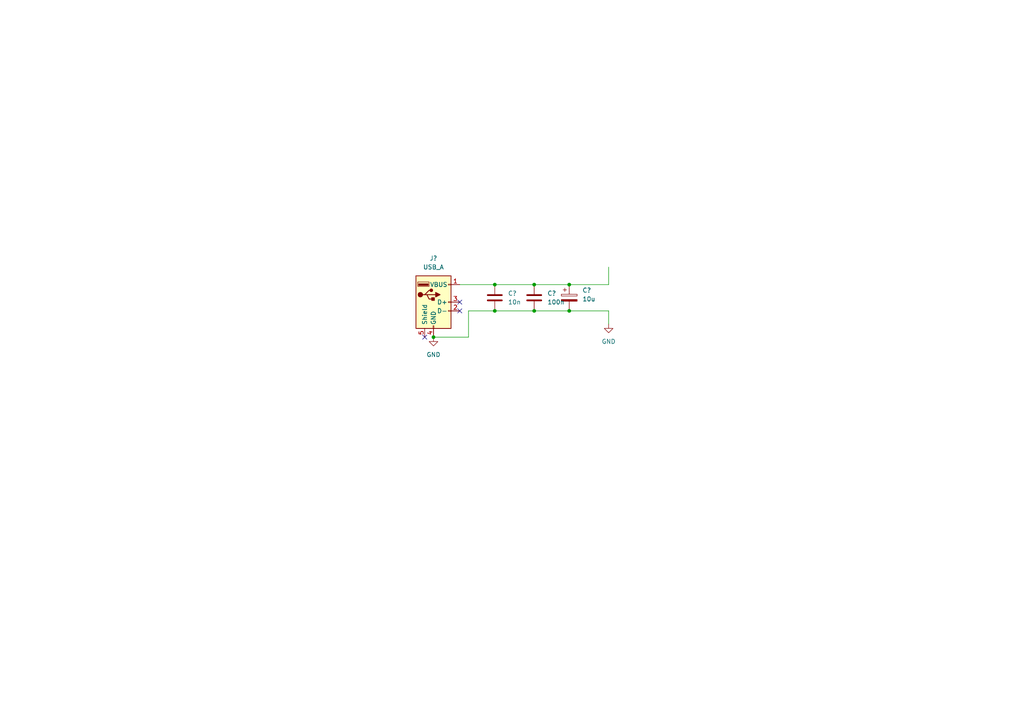
<source format=kicad_sch>
(kicad_sch (version 20211123) (generator eeschema)
  (paper "A4")
  (lib_symbols
    (symbol "Connector:USB_A" (pin_names (offset 1.016))
      (property "Reference" "J" (at -5.08 11.43 0))
      (property "Value" "USB_A" (at -5.08 8.89 0))
      (symbol "USB_A_0_1"
        (rectangle (start -5.08 -7.62) (end 5.08 7.62) (stroke (width 0.254)) (fill (type background)))
        (circle (center -3.81 2.159) (radius 0.635) (stroke (width 0.254)) (fill (type outline)))
        (rectangle (start -1.524 4.826) (end -4.318 5.334) (fill (type outline)))
        (rectangle (start -1.27 4.572) (end -4.572 5.842))
        (circle (center -0.635 3.429) (radius 0.381) (stroke (width 0.254)) (fill (type outline)))
        (rectangle (start -0.127 -7.62) (end 0.127 -6.858))
        (polyline (pts (xy -3.175 2.159) (xy -2.54 2.159) (xy -1.27 3.429) (xy -0.635 3.429)) (stroke (width 0.254)))
        (polyline (pts (xy -2.54 2.159) (xy -1.905 2.159) (xy -1.27 0.889) (xy 0 0.889)) (stroke (width 0.254)))
        (polyline (pts (xy 0.635 2.794) (xy 0.635 1.524) (xy 1.905 2.159) (xy 0.635 2.794)) (stroke (width 0.254)) (fill (type outline)))
        (rectangle (start 0.254 1.27) (end -0.508 0.508) (stroke (width 0.254)) (fill (type outline)))
        (rectangle (start 5.08 -2.667) (end 4.318 -2.413))
        (rectangle (start 5.08 -0.127) (end 4.318 0.127))
        (rectangle (start 5.08 4.953) (end 4.318 5.207))
      )
      (symbol "USB_A_1_1"
        (polyline (pts (xy -1.905 2.159) (xy 0.635 2.159)) (stroke (width 0.254)))
        (pin power_in line (at 7.62 5.08 180) (length 2.54) (name "VBUS") (number "1"))
        (pin bidirectional line (at 7.62 -2.54 180) (length 2.54) (name "D-") (number "2"))
        (pin bidirectional line (at 7.62 0 180) (length 2.54) (name "D+") (number "3"))
        (pin power_in line (at 0 -10.16 90) (length 2.54) (name "GND") (number "4"))
        (pin passive line (at -2.54 -10.16 90) (length 2.54) (name "Shield") (number "5"))
      )
    )
    (symbol "Device:C" (pin_numbers hide) (pin_names (offset 0.254))
      (property "Reference" "C" (at 0.635 2.54 0))
      (property "Value" "C" (at 0.635 -2.54 0))
      (symbol "C_0_1"
        (polyline (pts (xy -2.032 -0.762) (xy 2.032 -0.762)) (stroke (width 0.508)))
        (polyline (pts (xy -2.032 0.762) (xy 2.032 0.762)) (stroke (width 0.508)))
      )
      (symbol "C_1_1"
        (pin passive line (at 0 3.81 270) (length 2.794) (name "~") (number "1"))
        (pin passive line (at 0 -3.81 90) (length 2.794) (name "~") (number "2"))
      )
    )
    (symbol "Device:C_Polarized" (pin_numbers hide) (pin_names (offset 0.254))
      (property "Reference" "C" (at 0.635 2.54 0))
      (property "Value" "C_Polarized" (at 0.635 -2.54 0))
      (symbol "C_Polarized_0_1"
        (rectangle (start -2.286 0.508) (end 2.286 1.016))
        (polyline (pts (xy -1.778 2.286) (xy -0.762 2.286)))
        (polyline (pts (xy -1.27 2.794) (xy -1.27 1.778)))
        (rectangle (start 2.286 -0.508) (end -2.286 -1.016) (fill (type outline)))
      )
      (symbol "C_Polarized_1_1"
        (pin passive line (at 0 3.81 270) (length 2.794) (name "~") (number "1"))
        (pin passive line (at 0 -3.81 90) (length 2.794) (name "~") (number "2"))
      )
    )
    (symbol "power:GND" (power) (pin_names (offset 0))
      (property "Value" "GND" (at 0 -3.81 0))
      (symbol "GND_0_1"
        (polyline (pts (xy 0 0) (xy 0 -1.27) (xy 1.27 -1.27) (xy 0 -2.54) (xy -1.27 -1.27) (xy 0 -1.27)))
      )
      (symbol "GND_1_1"
        (pin power_in line (at 0 0 270) (length 0) hide (name "GND") (number "1"))
      )
    )
  )
  (junction (at 154.94 82.55))
  (junction (at 125.73 97.79))
  (junction (at 154.94 90.17))
  (junction (at 165.1 90.17))
  (junction (at 165.1 82.55))
  (junction (at 143.51 82.55))
  (junction (at 143.51 90.17))
  (no_connect (at 133.35 87.63))
  (no_connect (at 133.35 90.17))
  (no_connect (at 123.19 97.79))
  (wire (pts (xy 135.89 97.79) (xy 135.89 90.17)))
  (wire (pts (xy 135.89 90.17) (xy 143.51 90.17)))
  (wire (pts (xy 176.53 90.17) (xy 176.53 93.98)))
  (wire (pts (xy 154.94 90.17) (xy 165.1 90.17)))
  (wire (pts (xy 176.53 77.47) (xy 176.53 82.55)))
  (wire (pts (xy 133.35 82.55) (xy 143.51 82.55)))
  (wire (pts (xy 125.73 97.79) (xy 135.89 97.79)))
  (wire (pts (xy 154.94 82.55) (xy 165.1 82.55)))
  (wire (pts (xy 143.51 82.55) (xy 154.94 82.55)))
  (wire (pts (xy 165.1 90.17) (xy 176.53 90.17)))
  (wire (pts (xy 143.51 90.17) (xy 154.94 90.17)))
  (wire (pts (xy 165.1 82.55) (xy 176.53 82.55)))
  (symbol (lib_id "Connector:USB_A") (at 125.73 87.63 0) (unit 1)
    (property "Reference" "J?" (at 125.73 74.93 0))
    (property "Value" "USB_A" (at 125.73 77.47 0))
    (property "Datasheet" " ~" (effects hide))
  )
  (symbol (lib_id "Device:C") (at 154.94 86.36 0) (unit 1)
    (property "Reference" "C?" (at 158.75 85.0899 0) (effects (justify left)))
    (property "Value" "100n" (at 158.75 87.6299 0) (effects (justify left)))
  )
  (symbol (lib_id "Device:C") (at 143.51 86.36 0) (unit 1)
    (property "Reference" "C?" (at 147.32 85.0899 0) (effects (justify left)))
    (property "Value" "10n" (at 147.32 87.6299 0) (effects (justify left)))
  )
  (symbol (lib_id "Device:C_Polarized") (at 165.1 86.36 0) (unit 1)
    (property "Reference" "C?" (at 168.91 84.2009 0) (effects (justify left)))
    (property "Value" "10u" (at 168.91 86.7409 0) (effects (justify left)))
  )
  (symbol (lib_id "power:GND") (at 176.53 93.98 0) (unit 1)
    (property "Reference" "#PWR?" (effects hide))
    (property "Value" "GND" (at 176.53 99.06 0))
  )
  (symbol (lib_id "power:GND") (at 125.73 97.79 0) (unit 1)
    (property "Reference" "#PWR?" (effects hide))
    (property "Value" "GND" (at 125.73 102.87 0))
  )
)
</source>
